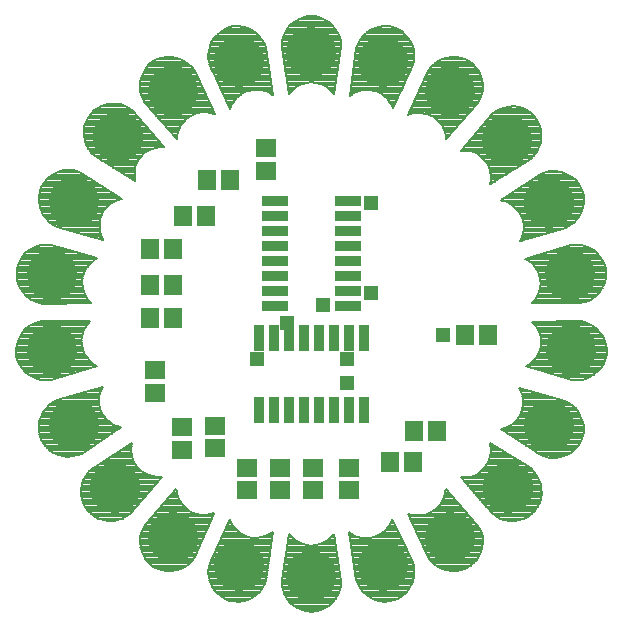
<source format=gts>
G75*
G70*
%OFA0B0*%
%FSLAX24Y24*%
%IPPOS*%
%LPD*%
%AMOC8*
5,1,8,0,0,1.08239X$1,22.5*
%
%ADD10R,0.0880X0.0340*%
%ADD11R,0.0340X0.0880*%
%ADD12R,0.0671X0.0592*%
%ADD13R,0.0592X0.0671*%
%ADD14C,0.1680*%
%ADD15C,0.0080*%
%ADD16R,0.0476X0.0476*%
D10*
X008940Y010400D03*
X008940Y010900D03*
X008940Y011400D03*
X008940Y011900D03*
X008940Y012400D03*
X008940Y012900D03*
X008940Y013400D03*
X008940Y013900D03*
X011360Y013900D03*
X011360Y013400D03*
X011360Y012900D03*
X011360Y012400D03*
X011360Y011900D03*
X011360Y011400D03*
X011360Y010900D03*
X011360Y010400D03*
D11*
X011400Y009360D03*
X011900Y009360D03*
X010900Y009360D03*
X010400Y009360D03*
X009900Y009360D03*
X009400Y009360D03*
X008900Y009360D03*
X008400Y009360D03*
X008400Y006940D03*
X008900Y006940D03*
X009400Y006940D03*
X009900Y006940D03*
X010400Y006940D03*
X010900Y006940D03*
X011400Y006940D03*
X011900Y006940D03*
D12*
X011402Y005024D03*
X011402Y004276D03*
X010200Y004276D03*
X010200Y005024D03*
X009099Y005024D03*
X009099Y004276D03*
X008000Y004276D03*
X008000Y005024D03*
X006950Y005676D03*
X006950Y006424D03*
X005850Y006374D03*
X005850Y005626D03*
X004950Y007526D03*
X004950Y008274D03*
X008650Y014926D03*
X008650Y015674D03*
D13*
X007424Y014601D03*
X006676Y014601D03*
X006624Y013400D03*
X005876Y013400D03*
X005524Y012300D03*
X004776Y012300D03*
X004776Y011100D03*
X005524Y011100D03*
X005524Y010000D03*
X004776Y010000D03*
X012776Y005200D03*
X013524Y005200D03*
X013576Y006250D03*
X014324Y006250D03*
X015276Y009450D03*
X016024Y009450D03*
D14*
X018808Y008952D03*
X018788Y011448D03*
X018069Y013845D03*
X016686Y015952D03*
X014774Y017570D03*
X012547Y018559D03*
X010150Y018888D03*
X007753Y018559D03*
X005526Y017570D03*
X003699Y016052D03*
X002241Y013885D03*
X001512Y011448D03*
X001495Y008952D03*
X002231Y006455D03*
X003609Y004358D03*
X005526Y002730D03*
X007753Y001741D03*
X010150Y001412D03*
X012547Y001741D03*
X014774Y002730D03*
X016691Y004358D03*
X018059Y006415D03*
D15*
X002955Y003377D02*
X002825Y003466D01*
X002710Y003574D01*
X002619Y003702D01*
X002548Y003843D01*
X002501Y003993D01*
X002478Y004149D01*
X002479Y004307D01*
X002505Y004462D01*
X002555Y004611D01*
X002628Y004751D01*
X002722Y004878D01*
X002834Y004988D01*
X004176Y005845D01*
X004153Y005701D01*
X004152Y005555D01*
X004175Y005411D01*
X004220Y005272D01*
X004287Y005143D01*
X004374Y005025D01*
X004479Y004924D01*
X004598Y004839D01*
X004729Y004776D01*
X004869Y004733D01*
X005014Y004714D01*
X005160Y004718D01*
X004128Y003505D01*
X004004Y003408D01*
X003866Y003333D01*
X003717Y003280D01*
X003562Y003250D01*
X003405Y003245D01*
X003249Y003265D01*
X003097Y003310D01*
X002955Y003377D01*
X002909Y003408D02*
X004003Y003408D01*
X004105Y003487D02*
X002802Y003487D01*
X002719Y003565D02*
X004180Y003565D01*
X004246Y003644D02*
X002660Y003644D01*
X002608Y003722D02*
X004313Y003722D01*
X004380Y003801D02*
X002569Y003801D01*
X002537Y003879D02*
X004447Y003879D01*
X004513Y003958D02*
X002512Y003958D01*
X002495Y004036D02*
X004580Y004036D01*
X004647Y004115D02*
X002483Y004115D01*
X002478Y004193D02*
X004713Y004193D01*
X004780Y004272D02*
X002479Y004272D01*
X002486Y004350D02*
X004847Y004350D01*
X004914Y004429D02*
X002500Y004429D01*
X002520Y004507D02*
X004980Y004507D01*
X005047Y004586D02*
X002547Y004586D01*
X002583Y004664D02*
X005114Y004664D01*
X004839Y004743D02*
X002624Y004743D01*
X002680Y004821D02*
X004636Y004821D01*
X004513Y004900D02*
X002744Y004900D01*
X002824Y004978D02*
X004423Y004978D01*
X004351Y005057D02*
X002941Y005057D01*
X003064Y005135D02*
X004293Y005135D01*
X004251Y005214D02*
X003187Y005214D01*
X003310Y005292D02*
X004214Y005292D01*
X004188Y005371D02*
X003433Y005371D01*
X003556Y005449D02*
X004169Y005449D01*
X004157Y005528D02*
X003679Y005528D01*
X003802Y005606D02*
X004152Y005606D01*
X004153Y005685D02*
X003924Y005685D01*
X004047Y005763D02*
X004163Y005763D01*
X004170Y005842D02*
X004176Y005842D01*
X003820Y006365D02*
X002490Y005490D01*
X002343Y005433D01*
X002189Y005399D01*
X002032Y005390D01*
X001875Y005405D01*
X001723Y005445D01*
X001578Y005508D01*
X001446Y005592D01*
X001328Y005697D01*
X001228Y005819D01*
X001148Y005955D01*
X001096Y006103D01*
X001068Y006258D01*
X001065Y006416D01*
X001086Y006572D01*
X001132Y006723D01*
X001201Y006865D01*
X001291Y006994D01*
X001400Y007108D01*
X001525Y007203D01*
X001664Y007277D01*
X003193Y007724D01*
X003130Y007592D01*
X003088Y007452D01*
X003070Y007307D01*
X003074Y007161D01*
X003102Y007018D01*
X003153Y006881D01*
X003224Y006754D01*
X003315Y006640D01*
X003423Y006541D01*
X003546Y006462D01*
X003679Y006403D01*
X003820Y006365D01*
X003740Y006313D02*
X001067Y006313D01*
X001066Y006391D02*
X003723Y006391D01*
X003621Y006234D02*
X001073Y006234D01*
X001087Y006156D02*
X003501Y006156D01*
X003382Y006077D02*
X001105Y006077D01*
X001133Y005999D02*
X003262Y005999D01*
X003143Y005920D02*
X001168Y005920D01*
X001214Y005842D02*
X003024Y005842D01*
X002904Y005763D02*
X001273Y005763D01*
X001342Y005685D02*
X002785Y005685D01*
X002666Y005606D02*
X001430Y005606D01*
X001547Y005528D02*
X002546Y005528D01*
X002384Y005449D02*
X001713Y005449D01*
X001072Y006470D02*
X003534Y006470D01*
X003416Y006548D02*
X001083Y006548D01*
X001103Y006627D02*
X003330Y006627D01*
X003263Y006705D02*
X001127Y006705D01*
X001161Y006784D02*
X003208Y006784D01*
X003163Y006862D02*
X001199Y006862D01*
X001253Y006941D02*
X003131Y006941D01*
X003102Y007019D02*
X001315Y007019D01*
X001390Y007098D02*
X003087Y007098D01*
X003074Y007176D02*
X001490Y007176D01*
X001622Y007255D02*
X003071Y007255D01*
X003073Y007333D02*
X001855Y007333D01*
X002124Y007412D02*
X003083Y007412D01*
X003099Y007490D02*
X002393Y007490D01*
X002662Y007569D02*
X003123Y007569D01*
X003156Y007647D02*
X002931Y007647D01*
X002523Y008275D02*
X000559Y008275D01*
X000603Y008226D02*
X000724Y008125D01*
X000859Y008044D01*
X001005Y007985D01*
X001159Y007950D01*
X001316Y007939D01*
X001473Y007953D01*
X002995Y008420D01*
X002870Y008495D01*
X002759Y008589D01*
X000368Y008589D01*
X000353Y008623D02*
X000415Y008478D01*
X000499Y008344D01*
X000603Y008226D01*
X000637Y008197D02*
X002267Y008197D01*
X002011Y008118D02*
X000734Y008118D01*
X000869Y008040D02*
X001754Y008040D01*
X001498Y007961D02*
X001110Y007961D01*
X000493Y008354D02*
X002779Y008354D01*
X002852Y008511D02*
X000401Y008511D01*
X000444Y008432D02*
X002975Y008432D01*
X002759Y008589D02*
X002664Y008700D01*
X002588Y008825D01*
X002532Y008960D01*
X002499Y009102D01*
X002489Y009248D01*
X002503Y009393D01*
X002539Y009534D01*
X002598Y009668D01*
X002677Y009791D01*
X002774Y009899D01*
X001182Y009900D01*
X001028Y009868D01*
X000880Y009812D01*
X000744Y009733D01*
X000621Y009634D01*
X000515Y009517D01*
X000429Y009385D01*
X000365Y009242D01*
X000324Y009089D01*
X000307Y008933D01*
X000315Y008775D01*
X000353Y008623D01*
X000342Y008668D02*
X002692Y008668D01*
X002636Y008746D02*
X000322Y008746D01*
X000312Y008825D02*
X002588Y008825D01*
X002556Y008903D02*
X000308Y008903D01*
X000312Y008982D02*
X002527Y008982D01*
X002509Y009060D02*
X000321Y009060D01*
X000337Y009139D02*
X002497Y009139D01*
X002491Y009217D02*
X000358Y009217D01*
X000389Y009296D02*
X002494Y009296D01*
X002501Y009374D02*
X000424Y009374D01*
X000473Y009453D02*
X002518Y009453D01*
X002538Y009531D02*
X000528Y009531D01*
X000599Y009610D02*
X002572Y009610D01*
X002610Y009688D02*
X000688Y009688D01*
X000802Y009767D02*
X002661Y009767D01*
X002725Y009845D02*
X000968Y009845D01*
X001056Y010527D02*
X001210Y010496D01*
X002803Y010517D01*
X002704Y010624D01*
X002623Y010746D01*
X002563Y010879D01*
X002525Y011020D01*
X002510Y011165D01*
X002518Y011311D01*
X002549Y011453D01*
X002603Y011589D01*
X002678Y011714D01*
X002771Y011826D01*
X002882Y011922D01*
X003006Y011999D01*
X001478Y012447D01*
X001320Y012459D01*
X001163Y012446D01*
X001010Y012409D01*
X000865Y012349D01*
X000731Y012266D01*
X000611Y012164D01*
X000509Y012044D01*
X000427Y011909D01*
X000366Y011764D01*
X000330Y011610D01*
X000324Y011453D01*
X000343Y011296D01*
X000386Y011145D01*
X000452Y011002D01*
X000539Y010871D01*
X000647Y010755D01*
X000770Y010658D01*
X000908Y010581D01*
X001056Y010527D01*
X000988Y010552D02*
X002770Y010552D01*
X002700Y010630D02*
X000820Y010630D01*
X000706Y010709D02*
X002648Y010709D01*
X002605Y010787D02*
X000617Y010787D01*
X000544Y010866D02*
X002569Y010866D01*
X002545Y010944D02*
X000490Y010944D01*
X000442Y011023D02*
X002525Y011023D01*
X002517Y011101D02*
X000406Y011101D01*
X000376Y011180D02*
X002511Y011180D01*
X002515Y011258D02*
X000353Y011258D01*
X000338Y011337D02*
X002524Y011337D01*
X002541Y011415D02*
X000328Y011415D01*
X000325Y011494D02*
X002565Y011494D01*
X002596Y011572D02*
X000328Y011572D01*
X000339Y011651D02*
X002640Y011651D01*
X002690Y011729D02*
X000358Y011729D01*
X000385Y011808D02*
X002756Y011808D01*
X002840Y011886D02*
X000417Y011886D01*
X000460Y011965D02*
X002950Y011965D01*
X002854Y012043D02*
X000508Y012043D01*
X000575Y012122D02*
X002587Y012122D01*
X002319Y012200D02*
X000653Y012200D01*
X000751Y012279D02*
X002051Y012279D01*
X001783Y012357D02*
X000885Y012357D01*
X001120Y012436D02*
X001515Y012436D01*
X001938Y012985D02*
X003098Y012985D01*
X003090Y013043D02*
X003110Y012899D01*
X003154Y012759D01*
X003218Y012628D01*
X001684Y013056D01*
X001545Y013129D01*
X001418Y013222D01*
X001307Y013335D01*
X001216Y013463D01*
X001145Y013604D01*
X001098Y013754D01*
X001075Y013910D01*
X001076Y014067D01*
X001102Y014223D01*
X001152Y014372D01*
X001230Y014509D01*
X001329Y014632D01*
X001445Y014738D01*
X001577Y014824D01*
X001720Y014889D01*
X001872Y014931D01*
X002029Y014948D01*
X002186Y014941D01*
X002341Y014909D01*
X002488Y014853D01*
X003829Y013994D01*
X003689Y013955D01*
X003556Y013894D01*
X003434Y013813D01*
X003328Y013714D01*
X003238Y013598D01*
X003168Y013470D01*
X003119Y013333D01*
X003093Y013189D01*
X003090Y013043D01*
X003090Y013064D02*
X001669Y013064D01*
X001526Y013142D02*
X003092Y013142D01*
X003099Y013221D02*
X001420Y013221D01*
X001342Y013299D02*
X003113Y013299D01*
X003135Y013378D02*
X001277Y013378D01*
X001221Y013456D02*
X003163Y013456D01*
X003203Y013535D02*
X001180Y013535D01*
X001143Y013613D02*
X003249Y013613D01*
X003310Y013692D02*
X001118Y013692D01*
X001096Y013770D02*
X003388Y013770D01*
X003487Y013849D02*
X001084Y013849D01*
X001075Y013927D02*
X003627Y013927D01*
X003689Y014084D02*
X001079Y014084D01*
X001075Y014006D02*
X003811Y014006D01*
X003566Y014163D02*
X001092Y014163D01*
X001108Y014241D02*
X003443Y014241D01*
X003321Y014320D02*
X001134Y014320D01*
X001167Y014398D02*
X003198Y014398D01*
X003076Y014477D02*
X001211Y014477D01*
X001267Y014555D02*
X002953Y014555D01*
X002830Y014634D02*
X001330Y014634D01*
X001417Y014712D02*
X002708Y014712D01*
X002585Y014791D02*
X001525Y014791D01*
X001676Y014869D02*
X002445Y014869D01*
X002038Y014948D02*
X002025Y014948D01*
X002818Y015522D02*
X002723Y015647D01*
X002649Y015786D01*
X002597Y015935D01*
X002569Y016090D01*
X002565Y016247D01*
X002587Y016403D01*
X002632Y016554D01*
X002701Y016696D01*
X002791Y016825D01*
X002904Y016935D01*
X003033Y017025D01*
X003175Y017094D01*
X003325Y017140D01*
X003481Y017162D01*
X003639Y017159D01*
X003794Y017132D01*
X003943Y017081D01*
X004082Y017006D01*
X004208Y016912D01*
X005254Y015711D01*
X005108Y015713D01*
X004964Y015692D01*
X004825Y015648D01*
X004694Y015583D01*
X004576Y015497D01*
X004473Y015394D01*
X004387Y015276D01*
X004322Y015145D01*
X004278Y015006D01*
X004257Y014861D01*
X004259Y014715D01*
X004285Y014572D01*
X002932Y015413D01*
X002818Y015522D01*
X002844Y015497D02*
X004576Y015497D01*
X004497Y015419D02*
X002926Y015419D01*
X003049Y015340D02*
X004434Y015340D01*
X004380Y015262D02*
X003175Y015262D01*
X003301Y015183D02*
X004341Y015183D01*
X004309Y015105D02*
X003427Y015105D01*
X003554Y015026D02*
X004284Y015026D01*
X004269Y014948D02*
X003680Y014948D01*
X003806Y014869D02*
X004258Y014869D01*
X004258Y014791D02*
X003933Y014791D01*
X004059Y014712D02*
X004260Y014712D01*
X004274Y014634D02*
X004185Y014634D01*
X004684Y015576D02*
X002777Y015576D01*
X002719Y015654D02*
X004843Y015654D01*
X005030Y015968D02*
X002591Y015968D01*
X002577Y016047D02*
X004962Y016047D01*
X004893Y016125D02*
X002568Y016125D01*
X002566Y016204D02*
X004825Y016204D01*
X004757Y016282D02*
X002570Y016282D01*
X002581Y016361D02*
X004688Y016361D01*
X004620Y016439D02*
X002597Y016439D01*
X002621Y016518D02*
X004551Y016518D01*
X004483Y016596D02*
X002652Y016596D01*
X002690Y016675D02*
X004415Y016675D01*
X004346Y016753D02*
X002740Y016753D01*
X002797Y016832D02*
X004278Y016832D01*
X004209Y016910D02*
X002878Y016910D01*
X002981Y016989D02*
X004106Y016989D01*
X003968Y017067D02*
X003119Y017067D01*
X003364Y017146D02*
X003716Y017146D01*
X004476Y017455D02*
X004443Y017609D01*
X004435Y017767D01*
X004452Y017923D01*
X004493Y018075D01*
X004557Y018219D01*
X004643Y018351D01*
X004749Y018468D01*
X004872Y018567D01*
X005011Y018640D01*
X005160Y018691D01*
X005316Y018717D01*
X005473Y018719D01*
X005629Y018696D01*
X005780Y018649D01*
X005921Y018580D01*
X006049Y018488D01*
X006162Y018378D01*
X006256Y018252D01*
X006923Y016806D01*
X006784Y016849D01*
X006639Y016869D01*
X006493Y016866D01*
X006350Y016840D01*
X006212Y016791D01*
X006084Y016721D01*
X005969Y016632D01*
X005869Y016525D01*
X005788Y016403D01*
X005728Y016271D01*
X005689Y016130D01*
X005673Y015985D01*
X004611Y017171D01*
X004532Y017308D01*
X004476Y017455D01*
X004475Y017460D02*
X006622Y017460D01*
X006586Y017538D02*
X004458Y017538D01*
X004443Y017617D02*
X006549Y017617D01*
X006513Y017695D02*
X004439Y017695D01*
X004436Y017774D02*
X006477Y017774D01*
X006441Y017852D02*
X004445Y017852D01*
X004454Y017931D02*
X006404Y017931D01*
X006368Y018009D02*
X004475Y018009D01*
X004499Y018088D02*
X006332Y018088D01*
X006296Y018166D02*
X004534Y018166D01*
X004574Y018245D02*
X006260Y018245D01*
X006203Y018323D02*
X004625Y018323D01*
X004689Y018402D02*
X006138Y018402D01*
X006058Y018480D02*
X004764Y018480D01*
X004861Y018559D02*
X005950Y018559D01*
X005804Y018637D02*
X005005Y018637D01*
X005306Y018716D02*
X005498Y018716D01*
X006713Y018743D02*
X006726Y018586D01*
X006763Y018433D01*
X007449Y016996D01*
X007505Y017131D01*
X007582Y017255D01*
X007677Y017365D01*
X007789Y017459D01*
X007915Y017534D01*
X008050Y017587D01*
X008193Y017619D01*
X008339Y017627D01*
X008484Y017612D01*
X008625Y017574D01*
X008758Y017514D01*
X008880Y017433D01*
X008645Y019008D01*
X008590Y019156D01*
X008513Y019293D01*
X008415Y019417D01*
X008299Y019524D01*
X008168Y019611D01*
X008025Y019676D01*
X007873Y019719D01*
X007717Y019737D01*
X007559Y019731D01*
X007405Y019699D01*
X007259Y019639D01*
X007125Y019556D01*
X007005Y019454D01*
X006903Y019334D01*
X006821Y019199D01*
X006761Y019053D01*
X006725Y018900D01*
X006713Y018743D01*
X006715Y018716D02*
X008689Y018716D01*
X008677Y018794D02*
X006717Y018794D01*
X006723Y018873D02*
X008665Y018873D01*
X008654Y018951D02*
X006737Y018951D01*
X006756Y019030D02*
X008637Y019030D01*
X008608Y019108D02*
X006784Y019108D01*
X006816Y019187D02*
X008573Y019187D01*
X008529Y019265D02*
X006862Y019265D01*
X006912Y019344D02*
X008473Y019344D01*
X008410Y019422D02*
X006979Y019422D01*
X007060Y019501D02*
X008324Y019501D01*
X008216Y019579D02*
X007162Y019579D01*
X007304Y019658D02*
X008066Y019658D01*
X007725Y019736D02*
X007692Y019736D01*
X006721Y018637D02*
X008700Y018637D01*
X008712Y018559D02*
X006732Y018559D01*
X006751Y018480D02*
X008724Y018480D01*
X008736Y018402D02*
X006778Y018402D01*
X006815Y018323D02*
X008747Y018323D01*
X008759Y018245D02*
X006853Y018245D01*
X006890Y018166D02*
X008771Y018166D01*
X008782Y018088D02*
X006928Y018088D01*
X006965Y018009D02*
X008794Y018009D01*
X008806Y017931D02*
X007003Y017931D01*
X007040Y017852D02*
X008817Y017852D01*
X008829Y017774D02*
X007078Y017774D01*
X007115Y017695D02*
X008841Y017695D01*
X008852Y017617D02*
X008439Y017617D01*
X008183Y017617D02*
X007153Y017617D01*
X007190Y017538D02*
X007926Y017538D01*
X007790Y017460D02*
X007228Y017460D01*
X007265Y017381D02*
X007696Y017381D01*
X007623Y017303D02*
X007303Y017303D01*
X007340Y017224D02*
X007563Y017224D01*
X007514Y017146D02*
X007378Y017146D01*
X007415Y017067D02*
X007479Y017067D01*
X006912Y016832D02*
X006841Y016832D01*
X006875Y016910D02*
X004845Y016910D01*
X004915Y016832D02*
X006326Y016832D01*
X006142Y016753D02*
X004985Y016753D01*
X005055Y016675D02*
X006024Y016675D01*
X005936Y016596D02*
X005126Y016596D01*
X005196Y016518D02*
X005865Y016518D01*
X005812Y016439D02*
X005266Y016439D01*
X005336Y016361D02*
X005769Y016361D01*
X005733Y016282D02*
X005407Y016282D01*
X005477Y016204D02*
X005709Y016204D01*
X005688Y016125D02*
X005547Y016125D01*
X005618Y016047D02*
X005680Y016047D01*
X005235Y015733D02*
X002677Y015733D01*
X002640Y015811D02*
X005167Y015811D01*
X005099Y015890D02*
X002612Y015890D01*
X004580Y017224D02*
X006730Y017224D01*
X006694Y017303D02*
X004535Y017303D01*
X004504Y017381D02*
X006658Y017381D01*
X006767Y017146D02*
X004634Y017146D01*
X004704Y017067D02*
X006803Y017067D01*
X006839Y016989D02*
X004774Y016989D01*
X008704Y017538D02*
X008864Y017538D01*
X008876Y017460D02*
X008840Y017460D01*
X009335Y017931D02*
X010965Y017931D01*
X010977Y018009D02*
X009323Y018009D01*
X009311Y018088D02*
X010989Y018088D01*
X011001Y018166D02*
X009299Y018166D01*
X009288Y018245D02*
X011012Y018245D01*
X011024Y018323D02*
X009276Y018323D01*
X009264Y018402D02*
X011036Y018402D01*
X011048Y018480D02*
X009252Y018480D01*
X009241Y018559D02*
X011059Y018559D01*
X011071Y018637D02*
X009229Y018637D01*
X009217Y018716D02*
X011083Y018716D01*
X011095Y018794D02*
X009205Y018794D01*
X009193Y018873D02*
X011107Y018873D01*
X011118Y018951D02*
X009182Y018951D01*
X009170Y019030D02*
X011130Y019030D01*
X011134Y019057D02*
X011125Y019215D01*
X011091Y019369D01*
X011034Y019515D01*
X010954Y019651D01*
X010854Y019773D01*
X010736Y019878D01*
X010604Y019963D01*
X010459Y020026D01*
X010307Y020066D01*
X010150Y020081D01*
X009993Y020066D01*
X009841Y020026D01*
X009696Y019963D01*
X009564Y019878D01*
X009446Y019773D01*
X009346Y019651D01*
X009266Y019515D01*
X009209Y019369D01*
X009175Y019215D01*
X009166Y019057D01*
X009402Y017483D01*
X009495Y017595D01*
X009605Y017692D01*
X009728Y017769D01*
X009863Y017826D01*
X010004Y017861D01*
X010150Y017872D01*
X010296Y017861D01*
X010437Y017826D01*
X010572Y017769D01*
X010695Y017692D01*
X010805Y017595D01*
X010898Y017483D01*
X011134Y019057D01*
X011131Y019108D02*
X009169Y019108D01*
X009173Y019187D02*
X011127Y019187D01*
X011114Y019265D02*
X009186Y019265D01*
X009203Y019344D02*
X011097Y019344D01*
X011070Y019422D02*
X009230Y019422D01*
X009260Y019501D02*
X011040Y019501D01*
X010996Y019579D02*
X009304Y019579D01*
X009351Y019658D02*
X010949Y019658D01*
X010885Y019736D02*
X009416Y019736D01*
X009493Y019815D02*
X010807Y019815D01*
X010712Y019893D02*
X009588Y019893D01*
X009717Y019972D02*
X010583Y019972D01*
X010366Y020050D02*
X009934Y020050D01*
X011568Y018402D02*
X013519Y018402D01*
X013539Y018445D02*
X013574Y018598D01*
X013585Y018756D01*
X013571Y018913D01*
X013533Y019065D01*
X013471Y019210D01*
X013387Y019344D01*
X013284Y019463D01*
X013163Y019564D01*
X013028Y019645D01*
X012881Y019704D01*
X012727Y019733D01*
X012569Y019737D01*
X012413Y019717D01*
X012262Y019673D01*
X012119Y019606D01*
X011989Y019517D01*
X011874Y019409D01*
X011778Y019284D01*
X011703Y019146D01*
X011650Y018997D01*
X011434Y017420D01*
X011555Y017502D01*
X011687Y017563D01*
X011828Y017603D01*
X011973Y017620D01*
X012119Y017613D01*
X012262Y017584D01*
X012398Y017532D01*
X012524Y017459D01*
X012637Y017366D01*
X012734Y017257D01*
X012813Y017134D01*
X012870Y017000D01*
X013539Y018445D01*
X013547Y018480D02*
X011579Y018480D01*
X011590Y018559D02*
X013565Y018559D01*
X013577Y018637D02*
X011600Y018637D01*
X011611Y018716D02*
X013582Y018716D01*
X013581Y018794D02*
X011622Y018794D01*
X011632Y018873D02*
X013575Y018873D01*
X013561Y018951D02*
X011643Y018951D01*
X011661Y019030D02*
X013542Y019030D01*
X013514Y019108D02*
X011689Y019108D01*
X011725Y019187D02*
X013481Y019187D01*
X013437Y019265D02*
X011768Y019265D01*
X011824Y019344D02*
X013387Y019344D01*
X013319Y019422D02*
X011889Y019422D01*
X011972Y019501D02*
X013238Y019501D01*
X013137Y019579D02*
X012080Y019579D01*
X012229Y019658D02*
X012996Y019658D01*
X012614Y019736D02*
X012559Y019736D01*
X013483Y018323D02*
X011558Y018323D01*
X011547Y018245D02*
X013446Y018245D01*
X013410Y018166D02*
X011536Y018166D01*
X011525Y018088D02*
X013374Y018088D01*
X013337Y018009D02*
X011515Y018009D01*
X011504Y017931D02*
X013301Y017931D01*
X013265Y017852D02*
X011493Y017852D01*
X011483Y017774D02*
X013228Y017774D01*
X013192Y017695D02*
X011472Y017695D01*
X011461Y017617D02*
X011945Y017617D01*
X012046Y017617D02*
X013156Y017617D01*
X013119Y017538D02*
X012381Y017538D01*
X012523Y017460D02*
X013083Y017460D01*
X013047Y017381D02*
X012619Y017381D01*
X012694Y017303D02*
X013010Y017303D01*
X012974Y017224D02*
X012755Y017224D01*
X012805Y017146D02*
X012938Y017146D01*
X012901Y017067D02*
X012841Y017067D01*
X013386Y016789D02*
X014036Y018243D01*
X014128Y018370D01*
X014240Y018482D01*
X014367Y018575D01*
X014507Y018646D01*
X014657Y018695D01*
X014813Y018720D01*
X014970Y018720D01*
X015126Y018695D01*
X015276Y018646D01*
X015416Y018575D01*
X015540Y018478D01*
X015647Y018362D01*
X015735Y018231D01*
X015801Y018088D01*
X015844Y017936D01*
X015862Y017780D01*
X015856Y017622D01*
X015825Y017468D01*
X015771Y017320D01*
X015694Y017182D01*
X014647Y015983D01*
X014629Y016128D01*
X014588Y016268D01*
X014526Y016400D01*
X014443Y016520D01*
X014343Y016626D01*
X014226Y016714D01*
X014098Y016783D01*
X013959Y016830D01*
X013815Y016855D01*
X013669Y016856D01*
X013525Y016834D01*
X013386Y016789D01*
X013405Y016832D02*
X013518Y016832D01*
X013440Y016910D02*
X015456Y016910D01*
X015388Y016832D02*
X013950Y016832D01*
X014154Y016753D02*
X015319Y016753D01*
X015251Y016675D02*
X014279Y016675D01*
X014371Y016596D02*
X015182Y016596D01*
X015113Y016518D02*
X014445Y016518D01*
X014499Y016439D02*
X015045Y016439D01*
X014976Y016361D02*
X014545Y016361D01*
X014582Y016282D02*
X014908Y016282D01*
X014839Y016204D02*
X014607Y016204D01*
X014629Y016125D02*
X014771Y016125D01*
X014702Y016047D02*
X014639Y016047D01*
X015188Y015654D02*
X017717Y015654D01*
X017740Y015699D02*
X017790Y015848D01*
X017816Y016003D01*
X017817Y016161D01*
X017794Y016317D01*
X017747Y016467D01*
X017676Y016608D01*
X017585Y016736D01*
X017470Y016844D01*
X017340Y016933D01*
X017198Y017000D01*
X017046Y017045D01*
X016890Y017065D01*
X016733Y017060D01*
X016578Y017030D01*
X016429Y016977D01*
X016291Y016902D01*
X016167Y016805D01*
X015135Y015592D01*
X015281Y015596D01*
X015426Y015577D01*
X015566Y015534D01*
X015697Y015471D01*
X015816Y015386D01*
X015921Y015285D01*
X016008Y015167D01*
X016075Y015038D01*
X016120Y014899D01*
X016143Y014755D01*
X016142Y014609D01*
X016119Y014465D01*
X017461Y015322D01*
X017573Y015432D01*
X017667Y015559D01*
X017740Y015699D01*
X017751Y015733D02*
X015255Y015733D01*
X015321Y015811D02*
X017777Y015811D01*
X017797Y015890D02*
X015388Y015890D01*
X015455Y015968D02*
X017810Y015968D01*
X017816Y016047D02*
X015522Y016047D01*
X015588Y016125D02*
X017817Y016125D01*
X017811Y016204D02*
X015655Y016204D01*
X015722Y016282D02*
X017799Y016282D01*
X017780Y016361D02*
X015789Y016361D01*
X015855Y016439D02*
X017756Y016439D01*
X017722Y016518D02*
X015922Y016518D01*
X015989Y016596D02*
X017682Y016596D01*
X017629Y016675D02*
X016056Y016675D01*
X016122Y016753D02*
X017567Y016753D01*
X017484Y016832D02*
X016201Y016832D01*
X016307Y016910D02*
X017374Y016910D01*
X017223Y016989D02*
X016461Y016989D01*
X015839Y017538D02*
X013721Y017538D01*
X013686Y017460D02*
X015822Y017460D01*
X015793Y017381D02*
X013651Y017381D01*
X013616Y017303D02*
X015761Y017303D01*
X015717Y017224D02*
X013581Y017224D01*
X013545Y017146D02*
X015662Y017146D01*
X015593Y017067D02*
X013510Y017067D01*
X013475Y016989D02*
X015525Y016989D01*
X015855Y017617D02*
X013756Y017617D01*
X013791Y017695D02*
X015859Y017695D01*
X015862Y017774D02*
X013826Y017774D01*
X013861Y017852D02*
X015854Y017852D01*
X015844Y017931D02*
X013896Y017931D01*
X013931Y018009D02*
X015823Y018009D01*
X015801Y018088D02*
X013966Y018088D01*
X014001Y018166D02*
X015765Y018166D01*
X015726Y018245D02*
X014037Y018245D01*
X014094Y018323D02*
X015673Y018323D01*
X015610Y018402D02*
X014159Y018402D01*
X014238Y018480D02*
X015537Y018480D01*
X015437Y018559D02*
X014345Y018559D01*
X014490Y018637D02*
X015294Y018637D01*
X014996Y018716D02*
X014788Y018716D01*
X011633Y017538D02*
X011450Y017538D01*
X011440Y017460D02*
X011493Y017460D01*
X010906Y017538D02*
X010852Y017538D01*
X010918Y017617D02*
X010781Y017617D01*
X010690Y017695D02*
X010930Y017695D01*
X010942Y017774D02*
X010561Y017774D01*
X010331Y017852D02*
X010953Y017852D01*
X009969Y017852D02*
X009347Y017852D01*
X009358Y017774D02*
X009739Y017774D01*
X009610Y017695D02*
X009370Y017695D01*
X009382Y017617D02*
X009519Y017617D01*
X009448Y017538D02*
X009394Y017538D01*
X015429Y015576D02*
X017676Y015576D01*
X017621Y015497D02*
X015642Y015497D01*
X015771Y015419D02*
X017559Y015419D01*
X017479Y015340D02*
X015864Y015340D01*
X015938Y015262D02*
X017366Y015262D01*
X017243Y015183D02*
X015996Y015183D01*
X016040Y015105D02*
X017121Y015105D01*
X016998Y015026D02*
X016078Y015026D01*
X016104Y014948D02*
X016875Y014948D01*
X016752Y014869D02*
X016125Y014869D01*
X016137Y014791D02*
X016629Y014791D01*
X016506Y014712D02*
X016143Y014712D01*
X016143Y014634D02*
X016383Y014634D01*
X016260Y014555D02*
X016134Y014555D01*
X016137Y014477D02*
X016121Y014477D01*
X016480Y013935D02*
X017810Y014810D01*
X017957Y014867D01*
X018111Y014901D01*
X018268Y014910D01*
X018425Y014895D01*
X018577Y014855D01*
X018722Y014792D01*
X018854Y014708D01*
X018972Y014603D01*
X019072Y014481D01*
X019152Y014345D01*
X019204Y014197D01*
X019232Y014042D01*
X019235Y013884D01*
X019214Y013728D01*
X019168Y013577D01*
X019099Y013435D01*
X019009Y013306D01*
X018900Y013192D01*
X018775Y013097D01*
X018636Y013023D01*
X017107Y012576D01*
X017170Y012708D01*
X017212Y012848D01*
X017230Y012993D01*
X017226Y013139D01*
X017198Y013282D01*
X017147Y013419D01*
X017076Y013546D01*
X016985Y013660D01*
X016877Y013759D01*
X016754Y013838D01*
X016621Y013897D01*
X016480Y013935D01*
X016508Y013927D02*
X019234Y013927D01*
X019230Y013849D02*
X016731Y013849D01*
X016859Y013770D02*
X019219Y013770D01*
X019203Y013692D02*
X016950Y013692D01*
X017022Y013613D02*
X019179Y013613D01*
X019147Y013535D02*
X017082Y013535D01*
X017126Y013456D02*
X019109Y013456D01*
X019059Y013378D02*
X017162Y013378D01*
X017191Y013299D02*
X019003Y013299D01*
X018927Y013221D02*
X017210Y013221D01*
X017225Y013142D02*
X018834Y013142D01*
X018712Y013064D02*
X017228Y013064D01*
X017229Y012985D02*
X018507Y012985D01*
X018238Y012907D02*
X017219Y012907D01*
X017206Y012828D02*
X017969Y012828D01*
X017700Y012750D02*
X017183Y012750D01*
X017153Y012671D02*
X017431Y012671D01*
X017162Y012593D02*
X017115Y012593D01*
X017288Y011980D02*
X018810Y012447D01*
X018967Y012461D01*
X019124Y012450D01*
X019278Y012415D01*
X019424Y012356D01*
X019559Y012275D01*
X019680Y012174D01*
X019784Y012056D01*
X019868Y011922D01*
X019930Y011777D01*
X019968Y011625D01*
X019976Y011467D01*
X019959Y011311D01*
X019918Y011158D01*
X019854Y011015D01*
X019768Y010883D01*
X019662Y010766D01*
X019539Y010667D01*
X019403Y010588D01*
X019255Y010532D01*
X019101Y010500D01*
X017509Y010501D01*
X017606Y010609D01*
X017685Y010732D01*
X017744Y010866D01*
X017780Y011007D01*
X017794Y011152D01*
X017784Y011298D01*
X017751Y011440D01*
X017695Y011575D01*
X017619Y011700D01*
X017524Y011811D01*
X017413Y011905D01*
X017288Y011980D01*
X017314Y011965D02*
X019841Y011965D01*
X019883Y011886D02*
X017435Y011886D01*
X017527Y011808D02*
X019917Y011808D01*
X019942Y011729D02*
X017594Y011729D01*
X017649Y011651D02*
X019962Y011651D01*
X019971Y011572D02*
X017697Y011572D01*
X017729Y011494D02*
X019975Y011494D01*
X019970Y011415D02*
X017757Y011415D01*
X017775Y011337D02*
X019962Y011337D01*
X019945Y011258D02*
X017786Y011258D01*
X017792Y011180D02*
X019924Y011180D01*
X019892Y011101D02*
X017789Y011101D01*
X017782Y011023D02*
X019857Y011023D01*
X019808Y010944D02*
X017764Y010944D01*
X017744Y010866D02*
X019752Y010866D01*
X019681Y010787D02*
X017710Y010787D01*
X017670Y010709D02*
X019591Y010709D01*
X019475Y010630D02*
X017620Y010630D01*
X017555Y010552D02*
X019306Y010552D01*
X019110Y009904D02*
X017517Y009883D01*
X017616Y009776D01*
X017697Y009654D01*
X017757Y009521D01*
X017795Y009380D01*
X017810Y009235D01*
X017802Y009089D01*
X017771Y008947D01*
X017717Y008811D01*
X017642Y008686D01*
X017549Y008574D01*
X017438Y008478D01*
X017314Y008401D01*
X018842Y007953D01*
X019000Y007941D01*
X019157Y007954D01*
X019310Y007991D01*
X019455Y008051D01*
X019589Y008134D01*
X019709Y008236D01*
X019811Y008356D01*
X019893Y008491D01*
X019954Y008636D01*
X019990Y008790D01*
X019996Y008947D01*
X019977Y009104D01*
X019934Y009255D01*
X019868Y009398D01*
X019781Y009529D01*
X019673Y009645D01*
X019550Y009742D01*
X019412Y009819D01*
X019264Y009873D01*
X019110Y009904D01*
X019341Y009845D02*
X017553Y009845D01*
X017623Y009767D02*
X019506Y009767D01*
X019618Y009688D02*
X017674Y009688D01*
X017717Y009610D02*
X019706Y009610D01*
X019779Y009531D02*
X017752Y009531D01*
X017775Y009453D02*
X019832Y009453D01*
X019879Y009374D02*
X017796Y009374D01*
X017804Y009296D02*
X019916Y009296D01*
X019945Y009217D02*
X017809Y009217D01*
X017805Y009139D02*
X019968Y009139D01*
X019983Y009060D02*
X017795Y009060D01*
X017778Y008982D02*
X019992Y008982D01*
X019994Y008903D02*
X017753Y008903D01*
X017722Y008825D02*
X019991Y008825D01*
X019980Y008746D02*
X017678Y008746D01*
X017627Y008668D02*
X019961Y008668D01*
X019934Y008589D02*
X017562Y008589D01*
X017476Y008511D02*
X019902Y008511D01*
X019858Y008432D02*
X017364Y008432D01*
X017477Y008354D02*
X019809Y008354D01*
X019742Y008275D02*
X017745Y008275D01*
X018013Y008197D02*
X019663Y008197D01*
X019564Y008118D02*
X018281Y008118D01*
X018549Y008040D02*
X019427Y008040D01*
X019186Y007961D02*
X018817Y007961D01*
X018297Y007333D02*
X017199Y007333D01*
X017190Y007401D02*
X017210Y007257D01*
X017207Y007111D01*
X017181Y006967D01*
X017132Y006830D01*
X017062Y006702D01*
X016972Y006586D01*
X016866Y006487D01*
X016744Y006406D01*
X016611Y006345D01*
X016471Y006306D01*
X017812Y005447D01*
X017959Y005391D01*
X018114Y005359D01*
X018271Y005352D01*
X018428Y005369D01*
X018580Y005411D01*
X018723Y005476D01*
X018855Y005562D01*
X018971Y005668D01*
X019070Y005791D01*
X019148Y005928D01*
X019198Y006077D01*
X016828Y006077D01*
X016706Y006156D02*
X019211Y006156D01*
X019224Y006233D02*
X019225Y006390D01*
X019202Y006546D01*
X019155Y006696D01*
X019084Y006837D01*
X018993Y006965D01*
X018882Y007078D01*
X018755Y007171D01*
X018616Y007244D01*
X017082Y007672D01*
X017146Y007541D01*
X017190Y007401D01*
X017186Y007412D02*
X018015Y007412D01*
X017733Y007490D02*
X017162Y007490D01*
X017133Y007569D02*
X017451Y007569D01*
X017170Y007647D02*
X017094Y007647D01*
X017210Y007255D02*
X018578Y007255D01*
X018747Y007176D02*
X017208Y007176D01*
X017205Y007098D02*
X018855Y007098D01*
X018940Y007019D02*
X017190Y007019D01*
X017171Y006941D02*
X019010Y006941D01*
X019066Y006862D02*
X017144Y006862D01*
X017107Y006784D02*
X019111Y006784D01*
X019150Y006705D02*
X017064Y006705D01*
X017004Y006627D02*
X019177Y006627D01*
X019201Y006548D02*
X016931Y006548D01*
X016840Y006470D02*
X019213Y006470D01*
X019225Y006391D02*
X016712Y006391D01*
X016583Y006234D02*
X019224Y006234D01*
X019224Y006233D02*
X019198Y006077D01*
X019172Y005999D02*
X016951Y005999D01*
X017073Y005920D02*
X019144Y005920D01*
X019099Y005842D02*
X017196Y005842D01*
X017319Y005763D02*
X019048Y005763D01*
X018985Y005685D02*
X017441Y005685D01*
X017564Y005606D02*
X018903Y005606D01*
X018802Y005528D02*
X017686Y005528D01*
X017809Y005449D02*
X018664Y005449D01*
X018432Y005371D02*
X018060Y005371D01*
X017572Y004888D02*
X017458Y004997D01*
X016105Y005838D01*
X016131Y005695D01*
X016133Y005549D01*
X016112Y005404D01*
X016068Y005265D01*
X016003Y005134D01*
X015917Y005016D01*
X015814Y004913D01*
X015696Y004827D01*
X015565Y004762D01*
X015426Y004718D01*
X015282Y004697D01*
X015136Y004699D01*
X016182Y003498D01*
X016308Y003404D01*
X016447Y003329D01*
X016596Y003278D01*
X016751Y003251D01*
X016909Y003248D01*
X017065Y003270D01*
X017215Y003316D01*
X017357Y003385D01*
X017486Y003475D01*
X017599Y003585D01*
X017689Y003714D01*
X017758Y003856D01*
X017803Y004007D01*
X017825Y004163D01*
X017821Y004320D01*
X017793Y004475D01*
X017741Y004624D01*
X017667Y004763D01*
X017572Y004888D01*
X017560Y004900D02*
X015796Y004900D01*
X015880Y004978D02*
X017478Y004978D01*
X017363Y005057D02*
X015947Y005057D01*
X016003Y005135D02*
X017237Y005135D01*
X017110Y005214D02*
X016043Y005214D01*
X016077Y005292D02*
X016984Y005292D01*
X016858Y005371D02*
X016102Y005371D01*
X016119Y005449D02*
X016731Y005449D01*
X016605Y005528D02*
X016130Y005528D01*
X016132Y005606D02*
X016479Y005606D01*
X016353Y005685D02*
X016131Y005685D01*
X016119Y005763D02*
X016226Y005763D01*
X016495Y006313D02*
X019225Y006313D01*
X017623Y004821D02*
X015684Y004821D01*
X015505Y004743D02*
X017678Y004743D01*
X017720Y004664D02*
X015166Y004664D01*
X015235Y004586D02*
X017755Y004586D01*
X017782Y004507D02*
X015303Y004507D01*
X015371Y004429D02*
X017802Y004429D01*
X017816Y004350D02*
X015440Y004350D01*
X015508Y004272D02*
X017822Y004272D01*
X017824Y004193D02*
X015577Y004193D01*
X015645Y004115D02*
X017818Y004115D01*
X017807Y004036D02*
X015713Y004036D01*
X015782Y003958D02*
X017788Y003958D01*
X017765Y003879D02*
X015850Y003879D01*
X015919Y003801D02*
X017731Y003801D01*
X017693Y003722D02*
X015987Y003722D01*
X016056Y003644D02*
X017640Y003644D01*
X017579Y003565D02*
X016124Y003565D01*
X016198Y003487D02*
X017498Y003487D01*
X017390Y003408D02*
X016302Y003408D01*
X016447Y003330D02*
X017244Y003330D01*
X016931Y003251D02*
X016749Y003251D01*
X015824Y002845D02*
X015857Y002691D01*
X015865Y002533D01*
X015848Y002377D01*
X015807Y002225D01*
X015743Y002081D01*
X015657Y001949D01*
X015551Y001832D01*
X015428Y001733D01*
X015289Y001660D01*
X015140Y001609D01*
X014984Y001583D01*
X014827Y001581D01*
X014671Y001604D01*
X014520Y001651D01*
X014379Y001720D01*
X014251Y001812D01*
X014138Y001922D01*
X014044Y002048D01*
X013377Y003494D01*
X013516Y003451D01*
X013661Y003431D01*
X013807Y003434D01*
X013950Y003460D01*
X014088Y003509D01*
X014216Y003579D01*
X014331Y003668D01*
X014431Y003775D01*
X014512Y003897D01*
X014572Y004029D01*
X014611Y004170D01*
X014627Y004315D01*
X015689Y003129D01*
X015768Y002992D01*
X015824Y002845D01*
X015819Y002859D02*
X013670Y002859D01*
X013634Y002937D02*
X015789Y002937D01*
X015754Y003016D02*
X013597Y003016D01*
X013561Y003094D02*
X015709Y003094D01*
X015650Y003173D02*
X013525Y003173D01*
X013489Y003251D02*
X015580Y003251D01*
X015509Y003330D02*
X013452Y003330D01*
X013416Y003408D02*
X015439Y003408D01*
X015369Y003487D02*
X014025Y003487D01*
X014191Y003565D02*
X015299Y003565D01*
X015228Y003644D02*
X014299Y003644D01*
X014381Y003722D02*
X015158Y003722D01*
X015088Y003801D02*
X014447Y003801D01*
X014500Y003879D02*
X015018Y003879D01*
X014947Y003958D02*
X014539Y003958D01*
X014574Y004036D02*
X014877Y004036D01*
X014807Y004115D02*
X014596Y004115D01*
X014614Y004193D02*
X014736Y004193D01*
X014666Y004272D02*
X014622Y004272D01*
X013401Y003487D02*
X013380Y003487D01*
X012876Y003251D02*
X012829Y003251D01*
X012851Y003304D02*
X013537Y001867D01*
X013574Y001714D01*
X013587Y001557D01*
X013575Y001400D01*
X013539Y001247D01*
X013479Y001101D01*
X013397Y000966D01*
X013295Y000846D01*
X013175Y000744D01*
X013041Y000661D01*
X012895Y000601D01*
X012741Y000569D01*
X012583Y000563D01*
X012427Y000581D01*
X012275Y000624D01*
X012132Y000689D01*
X012001Y000776D01*
X011885Y000883D01*
X011787Y001007D01*
X011710Y001144D01*
X011655Y001292D01*
X011420Y002867D01*
X011542Y002786D01*
X011675Y002726D01*
X011816Y002688D01*
X011961Y002673D01*
X012107Y002681D01*
X012250Y002713D01*
X012385Y002766D01*
X012511Y002841D01*
X012623Y002935D01*
X012718Y003045D01*
X012795Y003169D01*
X012851Y003304D01*
X012796Y003173D02*
X012914Y003173D01*
X012951Y003094D02*
X012749Y003094D01*
X012693Y003016D02*
X012989Y003016D01*
X013026Y002937D02*
X012625Y002937D01*
X012532Y002859D02*
X013064Y002859D01*
X013101Y002780D02*
X012408Y002780D01*
X012199Y002702D02*
X013139Y002702D01*
X013176Y002623D02*
X011457Y002623D01*
X011468Y002545D02*
X013214Y002545D01*
X013251Y002466D02*
X011480Y002466D01*
X011492Y002388D02*
X013289Y002388D01*
X013326Y002309D02*
X011503Y002309D01*
X011515Y002231D02*
X013364Y002231D01*
X013401Y002152D02*
X011527Y002152D01*
X011538Y002074D02*
X013439Y002074D01*
X013476Y001995D02*
X011550Y001995D01*
X011562Y001917D02*
X013514Y001917D01*
X013544Y001838D02*
X011573Y001838D01*
X011585Y001760D02*
X013563Y001760D01*
X013577Y001681D02*
X011597Y001681D01*
X011609Y001603D02*
X013583Y001603D01*
X013585Y001524D02*
X011620Y001524D01*
X011632Y001446D02*
X013579Y001446D01*
X013567Y001367D02*
X011644Y001367D01*
X011656Y001289D02*
X013549Y001289D01*
X013524Y001210D02*
X011685Y001210D01*
X011717Y001132D02*
X013491Y001132D01*
X013449Y001053D02*
X011761Y001053D01*
X011812Y000975D02*
X013402Y000975D01*
X013337Y000896D02*
X011875Y000896D01*
X011956Y000818D02*
X013261Y000818D01*
X013167Y000739D02*
X012057Y000739D01*
X012194Y000661D02*
X013039Y000661D01*
X012804Y000582D02*
X012423Y000582D01*
X011091Y000931D02*
X011034Y000785D01*
X010954Y000649D01*
X010854Y000527D01*
X010736Y000422D01*
X010604Y000337D01*
X010459Y000274D01*
X010307Y000234D01*
X010150Y000219D01*
X009993Y000234D01*
X009841Y000274D01*
X009696Y000337D01*
X009564Y000422D01*
X009446Y000527D01*
X009346Y000649D01*
X009266Y000785D01*
X009209Y000931D01*
X009175Y001085D01*
X009166Y001243D01*
X009402Y002817D01*
X009495Y002705D01*
X009605Y002608D01*
X009728Y002531D01*
X009863Y002474D01*
X010004Y002439D01*
X010150Y002428D01*
X010296Y002439D01*
X010437Y002474D01*
X010572Y002531D01*
X010695Y002608D01*
X010805Y002705D01*
X010898Y002817D01*
X011134Y001243D01*
X011125Y001085D01*
X011091Y000931D01*
X011077Y000896D02*
X009223Y000896D01*
X009199Y000975D02*
X011101Y000975D01*
X011118Y001053D02*
X009182Y001053D01*
X009172Y001132D02*
X011128Y001132D01*
X011132Y001210D02*
X009168Y001210D01*
X009173Y001289D02*
X011127Y001289D01*
X011116Y001367D02*
X009184Y001367D01*
X009196Y001446D02*
X011104Y001446D01*
X011092Y001524D02*
X009208Y001524D01*
X009220Y001603D02*
X011080Y001603D01*
X011068Y001681D02*
X009232Y001681D01*
X009243Y001760D02*
X011057Y001760D01*
X011045Y001838D02*
X009255Y001838D01*
X009267Y001917D02*
X011033Y001917D01*
X011021Y001995D02*
X009279Y001995D01*
X009290Y002074D02*
X011010Y002074D01*
X010998Y002152D02*
X009302Y002152D01*
X009314Y002231D02*
X010986Y002231D01*
X010974Y002309D02*
X009326Y002309D01*
X009338Y002388D02*
X010962Y002388D01*
X010951Y002466D02*
X010405Y002466D01*
X010594Y002545D02*
X010939Y002545D01*
X010927Y002623D02*
X010712Y002623D01*
X010801Y002702D02*
X010915Y002702D01*
X010904Y002780D02*
X010867Y002780D01*
X011421Y002859D02*
X011433Y002859D01*
X011433Y002780D02*
X011556Y002780D01*
X011445Y002702D02*
X011766Y002702D01*
X009895Y002466D02*
X009349Y002466D01*
X009361Y002545D02*
X009706Y002545D01*
X009588Y002623D02*
X009373Y002623D01*
X009385Y002702D02*
X009499Y002702D01*
X009433Y002780D02*
X009396Y002780D01*
X008863Y002859D02*
X008834Y002859D01*
X008866Y002880D02*
X008650Y001303D01*
X008597Y001154D01*
X008522Y001016D01*
X008426Y000891D01*
X008311Y000783D01*
X008181Y000694D01*
X008038Y000627D01*
X007887Y000583D01*
X007731Y000563D01*
X007573Y000567D01*
X007419Y000596D01*
X007272Y000655D01*
X007137Y000736D01*
X007016Y000837D01*
X006913Y000956D01*
X006829Y001090D01*
X006767Y001235D01*
X006729Y001387D01*
X006715Y001544D01*
X006726Y001702D01*
X006761Y001855D01*
X007430Y003300D01*
X007487Y003166D01*
X007566Y003043D01*
X007663Y002934D01*
X007776Y002841D01*
X007902Y002768D01*
X008038Y002716D01*
X008181Y002687D01*
X008327Y002680D01*
X008472Y002697D01*
X008613Y002737D01*
X008745Y002798D01*
X008866Y002880D01*
X008852Y002780D02*
X008705Y002780D01*
X008841Y002702D02*
X008488Y002702D01*
X008831Y002623D02*
X007116Y002623D01*
X007080Y002545D02*
X008820Y002545D01*
X008809Y002466D02*
X007044Y002466D01*
X007007Y002388D02*
X008799Y002388D01*
X008788Y002309D02*
X006971Y002309D01*
X006935Y002231D02*
X008777Y002231D01*
X008766Y002152D02*
X006899Y002152D01*
X006862Y002074D02*
X008756Y002074D01*
X008745Y001995D02*
X006826Y001995D01*
X006790Y001917D02*
X008734Y001917D01*
X008724Y001838D02*
X006757Y001838D01*
X006739Y001760D02*
X008713Y001760D01*
X008702Y001681D02*
X006724Y001681D01*
X006719Y001603D02*
X008691Y001603D01*
X008681Y001524D02*
X006717Y001524D01*
X006724Y001446D02*
X008670Y001446D01*
X008659Y001367D02*
X006734Y001367D01*
X006754Y001289D02*
X008645Y001289D01*
X008617Y001210D02*
X006778Y001210D01*
X006811Y001132D02*
X008585Y001132D01*
X008542Y001053D02*
X006852Y001053D01*
X006901Y000975D02*
X008490Y000975D01*
X008429Y000896D02*
X006965Y000896D01*
X007040Y000818D02*
X008347Y000818D01*
X008246Y000739D02*
X007134Y000739D01*
X007263Y000661D02*
X008109Y000661D01*
X007882Y000582D02*
X007495Y000582D01*
X006159Y001917D02*
X004673Y001917D01*
X004653Y001938D02*
X004565Y002069D01*
X004499Y002212D01*
X004456Y002364D01*
X004438Y002520D01*
X004444Y002678D01*
X004475Y002832D01*
X004529Y002980D01*
X004606Y003118D01*
X005653Y004317D01*
X005671Y004172D01*
X005712Y004032D01*
X005774Y003900D01*
X005857Y003780D01*
X005957Y003674D01*
X006074Y003586D01*
X006202Y003517D01*
X006341Y003470D01*
X006485Y003445D01*
X006631Y003444D01*
X006775Y003466D01*
X006914Y003511D01*
X006264Y002057D01*
X006172Y001930D01*
X006060Y001818D01*
X005933Y001725D01*
X005793Y001654D01*
X005643Y001605D01*
X005487Y001580D01*
X005330Y001580D01*
X005174Y001605D01*
X005024Y001654D01*
X004884Y001725D01*
X004760Y001822D01*
X004653Y001938D01*
X004615Y001995D02*
X006219Y001995D01*
X006272Y002074D02*
X004563Y002074D01*
X004527Y002152D02*
X006307Y002152D01*
X006342Y002231D02*
X004494Y002231D01*
X004472Y002309D02*
X006377Y002309D01*
X006412Y002388D02*
X004454Y002388D01*
X004444Y002466D02*
X006447Y002466D01*
X006482Y002545D02*
X004439Y002545D01*
X004442Y002623D02*
X006517Y002623D01*
X006552Y002702D02*
X004449Y002702D01*
X004464Y002780D02*
X006587Y002780D01*
X006622Y002859D02*
X004484Y002859D01*
X004513Y002937D02*
X006657Y002937D01*
X006692Y003016D02*
X004549Y003016D01*
X004593Y003094D02*
X006728Y003094D01*
X006763Y003173D02*
X004654Y003173D01*
X004722Y003251D02*
X006798Y003251D01*
X006833Y003330D02*
X004791Y003330D01*
X004860Y003408D02*
X006868Y003408D01*
X006838Y003487D02*
X006903Y003487D01*
X007407Y003251D02*
X007451Y003251D01*
X007485Y003173D02*
X007371Y003173D01*
X007334Y003094D02*
X007533Y003094D01*
X007590Y003016D02*
X007298Y003016D01*
X007262Y002937D02*
X007660Y002937D01*
X007755Y002859D02*
X007225Y002859D01*
X007189Y002780D02*
X007882Y002780D01*
X008109Y002702D02*
X007153Y002702D01*
X006292Y003487D02*
X004928Y003487D01*
X004997Y003565D02*
X006112Y003565D01*
X005997Y003644D02*
X005065Y003644D01*
X005134Y003722D02*
X005911Y003722D01*
X005842Y003801D02*
X005202Y003801D01*
X005271Y003879D02*
X005788Y003879D01*
X005747Y003958D02*
X005339Y003958D01*
X005408Y004036D02*
X005710Y004036D01*
X005688Y004115D02*
X005477Y004115D01*
X005545Y004193D02*
X005669Y004193D01*
X005659Y004272D02*
X005614Y004272D01*
X003857Y003330D02*
X003055Y003330D01*
X003361Y003251D02*
X003567Y003251D01*
X004745Y001838D02*
X006080Y001838D01*
X005980Y001760D02*
X004840Y001760D01*
X004970Y001681D02*
X005846Y001681D01*
X005627Y001603D02*
X005189Y001603D01*
X009253Y000818D02*
X011047Y000818D01*
X011007Y000739D02*
X009293Y000739D01*
X009339Y000661D02*
X010961Y000661D01*
X010899Y000582D02*
X009401Y000582D01*
X009472Y000504D02*
X010828Y000504D01*
X010739Y000425D02*
X009560Y000425D01*
X009682Y000347D02*
X010618Y000347D01*
X010436Y000268D02*
X009864Y000268D01*
X013778Y002623D02*
X015860Y002623D01*
X015864Y002545D02*
X013815Y002545D01*
X013851Y002466D02*
X015857Y002466D01*
X015849Y002388D02*
X013887Y002388D01*
X013923Y002309D02*
X015830Y002309D01*
X015808Y002231D02*
X013960Y002231D01*
X013996Y002152D02*
X015774Y002152D01*
X015738Y002074D02*
X014032Y002074D01*
X014083Y001995D02*
X015687Y001995D01*
X015628Y001917D02*
X014143Y001917D01*
X014224Y001838D02*
X015557Y001838D01*
X015462Y001760D02*
X014324Y001760D01*
X014459Y001681D02*
X015330Y001681D01*
X015101Y001603D02*
X014679Y001603D01*
X013742Y002702D02*
X015854Y002702D01*
X015838Y002780D02*
X013706Y002780D01*
X017493Y012043D02*
X019792Y012043D01*
X019726Y012122D02*
X017749Y012122D01*
X018005Y012200D02*
X019650Y012200D01*
X019554Y012279D02*
X018261Y012279D01*
X018518Y012357D02*
X019422Y012357D01*
X019188Y012436D02*
X018774Y012436D01*
X019233Y014006D02*
X016588Y014006D01*
X016707Y014084D02*
X019224Y014084D01*
X019210Y014163D02*
X016826Y014163D01*
X016946Y014241D02*
X019188Y014241D01*
X019161Y014320D02*
X017065Y014320D01*
X017184Y014398D02*
X019121Y014398D01*
X019075Y014477D02*
X017304Y014477D01*
X017423Y014555D02*
X019012Y014555D01*
X018938Y014634D02*
X017543Y014634D01*
X017662Y014712D02*
X018847Y014712D01*
X018724Y014791D02*
X017781Y014791D01*
X017966Y014869D02*
X018525Y014869D01*
X003197Y012671D02*
X003065Y012671D01*
X003158Y012750D02*
X002784Y012750D01*
X002502Y012828D02*
X003132Y012828D01*
X003109Y012907D02*
X002220Y012907D01*
D16*
X008350Y008650D03*
X009350Y009850D03*
X010550Y010450D03*
X012150Y010850D03*
X011350Y008650D03*
X011350Y007850D03*
X014550Y009450D03*
X012150Y013850D03*
M02*

</source>
